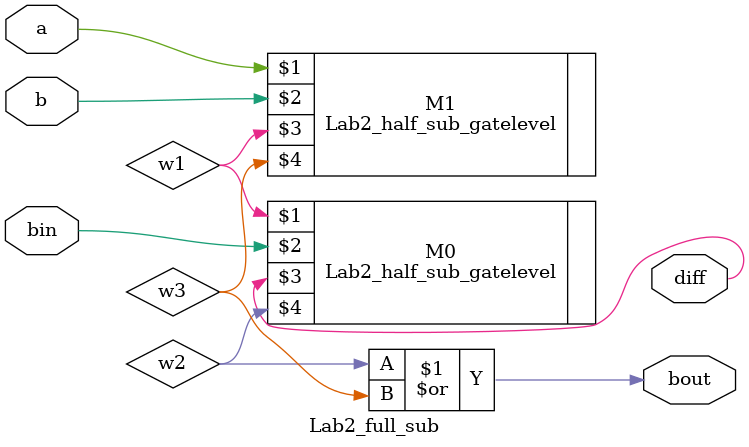
<source format=v>
/*全減器( Full Subtractor):
設計一個全減器(full subtractor, FS)，有三個輸入變數及 兩個輸出變數。
輸入變數為被減數 a、減數 b、及借位輸入 bin; 輸出變數為差值 diff 與借位輸出 bout。
請利用(a)中的 gate-level 半減器來建構全減器。
電路中 AND 與 OR 邏輯閘之延 遲設為 2 個單位時間，XOR 與 XNOR 邏輯閘之延遲設為 4 個單位時間，NOT 邏輯閘之延遲則忽略之。*/

module Lab2_full_sub(input a, b, bin, output diff, bout);

    wire w1, w2, w3;

    Lab2_half_sub_gatelevel M1(a, b, w1, w3);
    Lab2_half_sub_gatelevel M0(w1, bin, diff, w2);
    
    or	#(2) G1(bout, w2, w3);

endmodule
</source>
